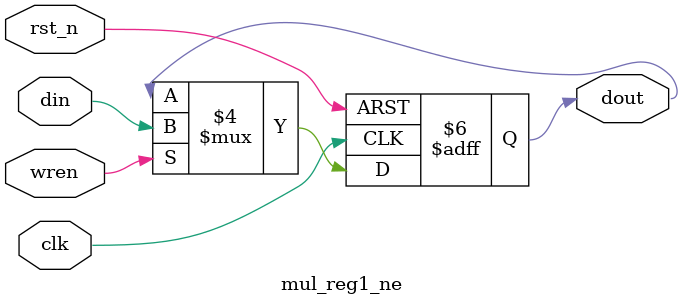
<source format=v>

`include "timescale.v"
// synopsys translate_on

module mul_reg1_ne(clk, rst_n, din, wren, dout);

        input           clk;    // System clk
        input           rst_n;  // System Reset
        input     	din;    // Data input
        input           wren; 	// Enable Register
        output    	dout;   // Data Output

        reg       	dout;

        always@(negedge clk or negedge rst_n)
        begin
                if(~rst_n)    	dout<=1'b0;
                else if(wren)	dout<=din;
                else 		dout<=dout;
        end


endmodule
</source>
